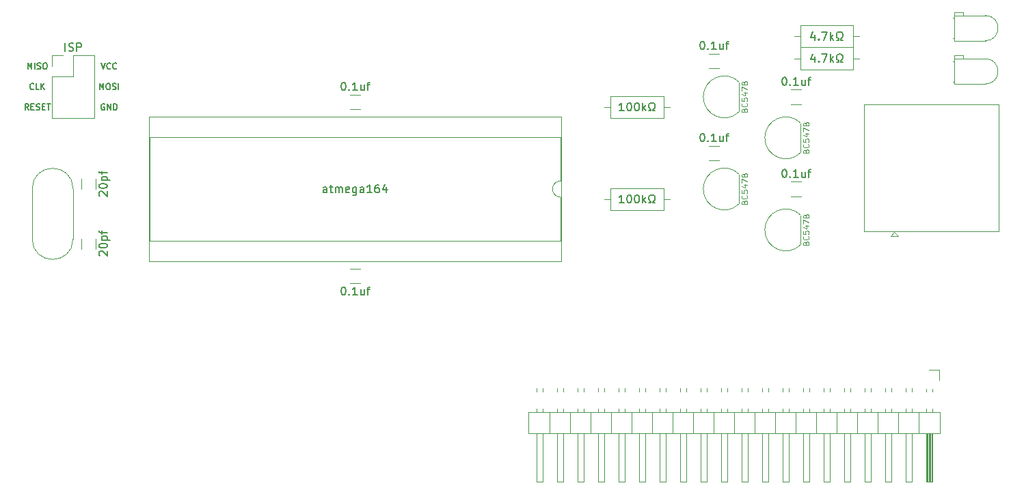
<source format=gbr>
%TF.GenerationSoftware,KiCad,Pcbnew,(5.1.10)-1*%
%TF.CreationDate,2022-06-26T20:44:53-06:00*%
%TF.ProjectId,network_card,6e657477-6f72-46b5-9f63-6172642e6b69,rev?*%
%TF.SameCoordinates,Original*%
%TF.FileFunction,Legend,Top*%
%TF.FilePolarity,Positive*%
%FSLAX46Y46*%
G04 Gerber Fmt 4.6, Leading zero omitted, Abs format (unit mm)*
G04 Created by KiCad (PCBNEW (5.1.10)-1) date 2022-06-26 20:44:53*
%MOMM*%
%LPD*%
G01*
G04 APERTURE LIST*
%ADD10C,0.150000*%
%ADD11C,0.120000*%
%ADD12C,0.125000*%
G04 APERTURE END LIST*
D10*
X363816888Y-273737265D02*
X363816888Y-272987265D01*
X364066888Y-273522980D01*
X364316888Y-272987265D01*
X364316888Y-273737265D01*
X364816888Y-272987265D02*
X364959745Y-272987265D01*
X365031174Y-273022980D01*
X365102602Y-273094408D01*
X365138317Y-273237265D01*
X365138317Y-273487265D01*
X365102602Y-273630122D01*
X365031174Y-273701551D01*
X364959745Y-273737265D01*
X364816888Y-273737265D01*
X364745460Y-273701551D01*
X364674031Y-273630122D01*
X364638317Y-273487265D01*
X364638317Y-273237265D01*
X364674031Y-273094408D01*
X364745460Y-273022980D01*
X364816888Y-272987265D01*
X365424031Y-273701551D02*
X365531174Y-273737265D01*
X365709745Y-273737265D01*
X365781174Y-273701551D01*
X365816888Y-273665837D01*
X365852602Y-273594408D01*
X365852602Y-273522980D01*
X365816888Y-273451551D01*
X365781174Y-273415837D01*
X365709745Y-273380122D01*
X365566888Y-273344408D01*
X365495460Y-273308694D01*
X365459745Y-273272980D01*
X365424031Y-273201551D01*
X365424031Y-273130122D01*
X365459745Y-273058694D01*
X365495460Y-273022980D01*
X365566888Y-272987265D01*
X365745460Y-272987265D01*
X365852602Y-273022980D01*
X366174031Y-273737265D02*
X366174031Y-272987265D01*
X364424031Y-275562980D02*
X364352602Y-275527265D01*
X364245460Y-275527265D01*
X364138317Y-275562980D01*
X364066888Y-275634408D01*
X364031174Y-275705837D01*
X363995460Y-275848694D01*
X363995460Y-275955837D01*
X364031174Y-276098694D01*
X364066888Y-276170122D01*
X364138317Y-276241551D01*
X364245460Y-276277265D01*
X364316888Y-276277265D01*
X364424031Y-276241551D01*
X364459745Y-276205837D01*
X364459745Y-275955837D01*
X364316888Y-275955837D01*
X364781174Y-276277265D02*
X364781174Y-275527265D01*
X365209745Y-276277265D01*
X365209745Y-275527265D01*
X365566888Y-276277265D02*
X365566888Y-275527265D01*
X365745460Y-275527265D01*
X365852602Y-275562980D01*
X365924031Y-275634408D01*
X365959745Y-275705837D01*
X365995460Y-275848694D01*
X365995460Y-275955837D01*
X365959745Y-276098694D01*
X365924031Y-276170122D01*
X365852602Y-276241551D01*
X365745460Y-276277265D01*
X365566888Y-276277265D01*
X354926888Y-271197265D02*
X354926888Y-270447265D01*
X355176888Y-270982980D01*
X355426888Y-270447265D01*
X355426888Y-271197265D01*
X355784031Y-271197265D02*
X355784031Y-270447265D01*
X356105460Y-271161551D02*
X356212602Y-271197265D01*
X356391174Y-271197265D01*
X356462602Y-271161551D01*
X356498317Y-271125837D01*
X356534031Y-271054408D01*
X356534031Y-270982980D01*
X356498317Y-270911551D01*
X356462602Y-270875837D01*
X356391174Y-270840122D01*
X356248317Y-270804408D01*
X356176888Y-270768694D01*
X356141174Y-270732980D01*
X356105460Y-270661551D01*
X356105460Y-270590122D01*
X356141174Y-270518694D01*
X356176888Y-270482980D01*
X356248317Y-270447265D01*
X356426888Y-270447265D01*
X356534031Y-270482980D01*
X356998317Y-270447265D02*
X357141174Y-270447265D01*
X357212602Y-270482980D01*
X357284031Y-270554408D01*
X357319745Y-270697265D01*
X357319745Y-270947265D01*
X357284031Y-271090122D01*
X357212602Y-271161551D01*
X357141174Y-271197265D01*
X356998317Y-271197265D01*
X356926888Y-271161551D01*
X356855460Y-271090122D01*
X356819745Y-270947265D01*
X356819745Y-270697265D01*
X356855460Y-270554408D01*
X356926888Y-270482980D01*
X356998317Y-270447265D01*
X355659031Y-273665837D02*
X355623317Y-273701551D01*
X355516174Y-273737265D01*
X355444745Y-273737265D01*
X355337602Y-273701551D01*
X355266174Y-273630122D01*
X355230460Y-273558694D01*
X355194745Y-273415837D01*
X355194745Y-273308694D01*
X355230460Y-273165837D01*
X355266174Y-273094408D01*
X355337602Y-273022980D01*
X355444745Y-272987265D01*
X355516174Y-272987265D01*
X355623317Y-273022980D01*
X355659031Y-273058694D01*
X356337602Y-273737265D02*
X355980460Y-273737265D01*
X355980460Y-272987265D01*
X356587602Y-273737265D02*
X356587602Y-272987265D01*
X357016174Y-273737265D02*
X356694745Y-273308694D01*
X357016174Y-272987265D02*
X356587602Y-273415837D01*
X355016174Y-276277265D02*
X354766174Y-275920122D01*
X354587602Y-276277265D02*
X354587602Y-275527265D01*
X354873317Y-275527265D01*
X354944745Y-275562980D01*
X354980460Y-275598694D01*
X355016174Y-275670122D01*
X355016174Y-275777265D01*
X354980460Y-275848694D01*
X354944745Y-275884408D01*
X354873317Y-275920122D01*
X354587602Y-275920122D01*
X355337602Y-275884408D02*
X355587602Y-275884408D01*
X355694745Y-276277265D02*
X355337602Y-276277265D01*
X355337602Y-275527265D01*
X355694745Y-275527265D01*
X355980460Y-276241551D02*
X356087602Y-276277265D01*
X356266174Y-276277265D01*
X356337602Y-276241551D01*
X356373317Y-276205837D01*
X356409031Y-276134408D01*
X356409031Y-276062980D01*
X356373317Y-275991551D01*
X356337602Y-275955837D01*
X356266174Y-275920122D01*
X356123317Y-275884408D01*
X356051888Y-275848694D01*
X356016174Y-275812980D01*
X355980460Y-275741551D01*
X355980460Y-275670122D01*
X356016174Y-275598694D01*
X356051888Y-275562980D01*
X356123317Y-275527265D01*
X356301888Y-275527265D01*
X356409031Y-275562980D01*
X356730460Y-275884408D02*
X356980460Y-275884408D01*
X357087602Y-276277265D02*
X356730460Y-276277265D01*
X356730460Y-275527265D01*
X357087602Y-275527265D01*
X357301888Y-275527265D02*
X357730460Y-275527265D01*
X357516174Y-276277265D02*
X357516174Y-275527265D01*
X363995460Y-270447265D02*
X364245460Y-271197265D01*
X364495460Y-270447265D01*
X365174031Y-271125837D02*
X365138317Y-271161551D01*
X365031174Y-271197265D01*
X364959745Y-271197265D01*
X364852602Y-271161551D01*
X364781174Y-271090122D01*
X364745460Y-271018694D01*
X364709745Y-270875837D01*
X364709745Y-270768694D01*
X364745460Y-270625837D01*
X364781174Y-270554408D01*
X364852602Y-270482980D01*
X364959745Y-270447265D01*
X365031174Y-270447265D01*
X365138317Y-270482980D01*
X365174031Y-270518694D01*
X365924031Y-271125837D02*
X365888317Y-271161551D01*
X365781174Y-271197265D01*
X365709745Y-271197265D01*
X365602602Y-271161551D01*
X365531174Y-271090122D01*
X365495460Y-271018694D01*
X365459745Y-270875837D01*
X365459745Y-270768694D01*
X365495460Y-270625837D01*
X365531174Y-270554408D01*
X365602602Y-270482980D01*
X365709745Y-270447265D01*
X365781174Y-270447265D01*
X365888317Y-270482980D01*
X365924031Y-270518694D01*
D11*
%TO.C,TX*%
X469555060Y-270230600D02*
X469555060Y-270230600D01*
X469685060Y-270230600D02*
X469555060Y-270230600D01*
X469685060Y-270230600D02*
X469685060Y-270230600D01*
X469555060Y-270230600D02*
X469685060Y-270230600D01*
X469555060Y-272770600D02*
X469555060Y-272770600D01*
X469685060Y-272770600D02*
X469555060Y-272770600D01*
X469685060Y-272770600D02*
X469685060Y-272770600D01*
X469555060Y-272770600D02*
X469685060Y-272770600D01*
X469685060Y-269940600D02*
X469685060Y-269540600D01*
X470805060Y-269940600D02*
X469685060Y-269940600D01*
X470805060Y-269540600D02*
X470805060Y-269940600D01*
X469685060Y-269540600D02*
X470805060Y-269540600D01*
X469685060Y-273060600D02*
X469685060Y-269940600D01*
X469685060Y-269940600D02*
X473545060Y-269940600D01*
X469685060Y-273060600D02*
X473545060Y-273060600D01*
X473545060Y-269940600D02*
G75*
G02*
X473545060Y-273060600I0J-1560000D01*
G01*
%TO.C,4.7k\u03A9*%
X449855460Y-267157200D02*
X450625460Y-267157200D01*
X457935460Y-267157200D02*
X457165460Y-267157200D01*
X450625460Y-268527200D02*
X457165460Y-268527200D01*
X450625460Y-265787200D02*
X450625460Y-268527200D01*
X457165460Y-265787200D02*
X450625460Y-265787200D01*
X457165460Y-268527200D02*
X457165460Y-265787200D01*
%TO.C,ISP*%
X357950460Y-269527980D02*
X359280460Y-269527980D01*
X357950460Y-270857980D02*
X357950460Y-269527980D01*
X360550460Y-269527980D02*
X363150460Y-269527980D01*
X360550460Y-272127980D02*
X360550460Y-269527980D01*
X357950460Y-272127980D02*
X360550460Y-272127980D01*
X363150460Y-269527980D02*
X363150460Y-277267980D01*
X357950460Y-272127980D02*
X357950460Y-277267980D01*
X357950460Y-277267980D02*
X363150460Y-277267980D01*
%TO.C,4.7k\u03A9*%
X449855460Y-269892780D02*
X450625460Y-269892780D01*
X457935460Y-269892780D02*
X457165460Y-269892780D01*
X450625460Y-271262780D02*
X457165460Y-271262780D01*
X450625460Y-268522780D02*
X450625460Y-271262780D01*
X457165460Y-268522780D02*
X450625460Y-268522780D01*
X457165460Y-271262780D02*
X457165460Y-268522780D01*
%TO.C,20pf*%
X361535460Y-286111980D02*
X361535460Y-284853980D01*
X363375460Y-286111980D02*
X363375460Y-284853980D01*
%TO.C, *%
X360535460Y-286057980D02*
X360535460Y-292307980D01*
X355485460Y-286057980D02*
X355485460Y-292307980D01*
X355485460Y-292307980D02*
G75*
G03*
X360535460Y-292307980I2525000J0D01*
G01*
X355485460Y-286057980D02*
G75*
G02*
X360535460Y-286057980I2525000J0D01*
G01*
%TO.C,20pf*%
X361535460Y-293514180D02*
X361535460Y-292256180D01*
X363375460Y-293514180D02*
X363375460Y-292256180D01*
%TO.C,0.1uf*%
X449436460Y-285177980D02*
X450694460Y-285177980D01*
X449436460Y-287017980D02*
X450694460Y-287017980D01*
X394826460Y-274382980D02*
X396084460Y-274382980D01*
X394826460Y-276222980D02*
X396084460Y-276222980D01*
X394826460Y-295972980D02*
X396084460Y-295972980D01*
X394826460Y-297812980D02*
X396084460Y-297812980D01*
%TO.C,RX*%
X469685060Y-267693580D02*
X473545060Y-267693580D01*
X469685060Y-264573580D02*
X473545060Y-264573580D01*
X469685060Y-267693580D02*
X469685060Y-264573580D01*
X469685060Y-264173580D02*
X470805060Y-264173580D01*
X470805060Y-264173580D02*
X470805060Y-264573580D01*
X470805060Y-264573580D02*
X469685060Y-264573580D01*
X469685060Y-264573580D02*
X469685060Y-264173580D01*
X469555060Y-267403580D02*
X469685060Y-267403580D01*
X469685060Y-267403580D02*
X469685060Y-267403580D01*
X469685060Y-267403580D02*
X469555060Y-267403580D01*
X469555060Y-267403580D02*
X469555060Y-267403580D01*
X469555060Y-264863580D02*
X469685060Y-264863580D01*
X469685060Y-264863580D02*
X469685060Y-264863580D01*
X469685060Y-264863580D02*
X469555060Y-264863580D01*
X469555060Y-264863580D02*
X469555060Y-264863580D01*
X473545060Y-264573580D02*
G75*
G02*
X473545060Y-267693580I0J-1560000D01*
G01*
%TO.C,20pin conn.*%
X467829900Y-308516020D02*
X467829900Y-309786020D01*
X466559900Y-308516020D02*
X467829900Y-308516020D01*
X417919900Y-310828949D02*
X417919900Y-311283091D01*
X418679900Y-310828949D02*
X418679900Y-311283091D01*
X417919900Y-313368949D02*
X417919900Y-313766020D01*
X418679900Y-313368949D02*
X418679900Y-313766020D01*
X417919900Y-322426020D02*
X417919900Y-316426020D01*
X418679900Y-322426020D02*
X417919900Y-322426020D01*
X418679900Y-316426020D02*
X418679900Y-322426020D01*
X419569900Y-313766020D02*
X419569900Y-316426020D01*
X420459900Y-310828949D02*
X420459900Y-311283091D01*
X421219900Y-310828949D02*
X421219900Y-311283091D01*
X420459900Y-313368949D02*
X420459900Y-313766020D01*
X421219900Y-313368949D02*
X421219900Y-313766020D01*
X420459900Y-322426020D02*
X420459900Y-316426020D01*
X421219900Y-322426020D02*
X420459900Y-322426020D01*
X421219900Y-316426020D02*
X421219900Y-322426020D01*
X422109900Y-313766020D02*
X422109900Y-316426020D01*
X422999900Y-310828949D02*
X422999900Y-311283091D01*
X423759900Y-310828949D02*
X423759900Y-311283091D01*
X422999900Y-313368949D02*
X422999900Y-313766020D01*
X423759900Y-313368949D02*
X423759900Y-313766020D01*
X422999900Y-322426020D02*
X422999900Y-316426020D01*
X423759900Y-322426020D02*
X422999900Y-322426020D01*
X423759900Y-316426020D02*
X423759900Y-322426020D01*
X424649900Y-313766020D02*
X424649900Y-316426020D01*
X425539900Y-310828949D02*
X425539900Y-311283091D01*
X426299900Y-310828949D02*
X426299900Y-311283091D01*
X425539900Y-313368949D02*
X425539900Y-313766020D01*
X426299900Y-313368949D02*
X426299900Y-313766020D01*
X425539900Y-322426020D02*
X425539900Y-316426020D01*
X426299900Y-322426020D02*
X425539900Y-322426020D01*
X426299900Y-316426020D02*
X426299900Y-322426020D01*
X427189900Y-313766020D02*
X427189900Y-316426020D01*
X428079900Y-310828949D02*
X428079900Y-311283091D01*
X428839900Y-310828949D02*
X428839900Y-311283091D01*
X428079900Y-313368949D02*
X428079900Y-313766020D01*
X428839900Y-313368949D02*
X428839900Y-313766020D01*
X428079900Y-322426020D02*
X428079900Y-316426020D01*
X428839900Y-322426020D02*
X428079900Y-322426020D01*
X428839900Y-316426020D02*
X428839900Y-322426020D01*
X429729900Y-313766020D02*
X429729900Y-316426020D01*
X430619900Y-310828949D02*
X430619900Y-311283091D01*
X431379900Y-310828949D02*
X431379900Y-311283091D01*
X430619900Y-313368949D02*
X430619900Y-313766020D01*
X431379900Y-313368949D02*
X431379900Y-313766020D01*
X430619900Y-322426020D02*
X430619900Y-316426020D01*
X431379900Y-322426020D02*
X430619900Y-322426020D01*
X431379900Y-316426020D02*
X431379900Y-322426020D01*
X432269900Y-313766020D02*
X432269900Y-316426020D01*
X433159900Y-310828949D02*
X433159900Y-311283091D01*
X433919900Y-310828949D02*
X433919900Y-311283091D01*
X433159900Y-313368949D02*
X433159900Y-313766020D01*
X433919900Y-313368949D02*
X433919900Y-313766020D01*
X433159900Y-322426020D02*
X433159900Y-316426020D01*
X433919900Y-322426020D02*
X433159900Y-322426020D01*
X433919900Y-316426020D02*
X433919900Y-322426020D01*
X434809900Y-313766020D02*
X434809900Y-316426020D01*
X435699900Y-310828949D02*
X435699900Y-311283091D01*
X436459900Y-310828949D02*
X436459900Y-311283091D01*
X435699900Y-313368949D02*
X435699900Y-313766020D01*
X436459900Y-313368949D02*
X436459900Y-313766020D01*
X435699900Y-322426020D02*
X435699900Y-316426020D01*
X436459900Y-322426020D02*
X435699900Y-322426020D01*
X436459900Y-316426020D02*
X436459900Y-322426020D01*
X437349900Y-313766020D02*
X437349900Y-316426020D01*
X438239900Y-310828949D02*
X438239900Y-311283091D01*
X438999900Y-310828949D02*
X438999900Y-311283091D01*
X438239900Y-313368949D02*
X438239900Y-313766020D01*
X438999900Y-313368949D02*
X438999900Y-313766020D01*
X438239900Y-322426020D02*
X438239900Y-316426020D01*
X438999900Y-322426020D02*
X438239900Y-322426020D01*
X438999900Y-316426020D02*
X438999900Y-322426020D01*
X439889900Y-313766020D02*
X439889900Y-316426020D01*
X440779900Y-310828949D02*
X440779900Y-311283091D01*
X441539900Y-310828949D02*
X441539900Y-311283091D01*
X440779900Y-313368949D02*
X440779900Y-313766020D01*
X441539900Y-313368949D02*
X441539900Y-313766020D01*
X440779900Y-322426020D02*
X440779900Y-316426020D01*
X441539900Y-322426020D02*
X440779900Y-322426020D01*
X441539900Y-316426020D02*
X441539900Y-322426020D01*
X442429900Y-313766020D02*
X442429900Y-316426020D01*
X443319900Y-310828949D02*
X443319900Y-311283091D01*
X444079900Y-310828949D02*
X444079900Y-311283091D01*
X443319900Y-313368949D02*
X443319900Y-313766020D01*
X444079900Y-313368949D02*
X444079900Y-313766020D01*
X443319900Y-322426020D02*
X443319900Y-316426020D01*
X444079900Y-322426020D02*
X443319900Y-322426020D01*
X444079900Y-316426020D02*
X444079900Y-322426020D01*
X444969900Y-313766020D02*
X444969900Y-316426020D01*
X445859900Y-310828949D02*
X445859900Y-311283091D01*
X446619900Y-310828949D02*
X446619900Y-311283091D01*
X445859900Y-313368949D02*
X445859900Y-313766020D01*
X446619900Y-313368949D02*
X446619900Y-313766020D01*
X445859900Y-322426020D02*
X445859900Y-316426020D01*
X446619900Y-322426020D02*
X445859900Y-322426020D01*
X446619900Y-316426020D02*
X446619900Y-322426020D01*
X447509900Y-313766020D02*
X447509900Y-316426020D01*
X448399900Y-310828949D02*
X448399900Y-311283091D01*
X449159900Y-310828949D02*
X449159900Y-311283091D01*
X448399900Y-313368949D02*
X448399900Y-313766020D01*
X449159900Y-313368949D02*
X449159900Y-313766020D01*
X448399900Y-322426020D02*
X448399900Y-316426020D01*
X449159900Y-322426020D02*
X448399900Y-322426020D01*
X449159900Y-316426020D02*
X449159900Y-322426020D01*
X450049900Y-313766020D02*
X450049900Y-316426020D01*
X450939900Y-310828949D02*
X450939900Y-311283091D01*
X451699900Y-310828949D02*
X451699900Y-311283091D01*
X450939900Y-313368949D02*
X450939900Y-313766020D01*
X451699900Y-313368949D02*
X451699900Y-313766020D01*
X450939900Y-322426020D02*
X450939900Y-316426020D01*
X451699900Y-322426020D02*
X450939900Y-322426020D01*
X451699900Y-316426020D02*
X451699900Y-322426020D01*
X452589900Y-313766020D02*
X452589900Y-316426020D01*
X453479900Y-310828949D02*
X453479900Y-311283091D01*
X454239900Y-310828949D02*
X454239900Y-311283091D01*
X453479900Y-313368949D02*
X453479900Y-313766020D01*
X454239900Y-313368949D02*
X454239900Y-313766020D01*
X453479900Y-322426020D02*
X453479900Y-316426020D01*
X454239900Y-322426020D02*
X453479900Y-322426020D01*
X454239900Y-316426020D02*
X454239900Y-322426020D01*
X455129900Y-313766020D02*
X455129900Y-316426020D01*
X456019900Y-310828949D02*
X456019900Y-311283091D01*
X456779900Y-310828949D02*
X456779900Y-311283091D01*
X456019900Y-313368949D02*
X456019900Y-313766020D01*
X456779900Y-313368949D02*
X456779900Y-313766020D01*
X456019900Y-322426020D02*
X456019900Y-316426020D01*
X456779900Y-322426020D02*
X456019900Y-322426020D01*
X456779900Y-316426020D02*
X456779900Y-322426020D01*
X457669900Y-313766020D02*
X457669900Y-316426020D01*
X458559900Y-310828949D02*
X458559900Y-311283091D01*
X459319900Y-310828949D02*
X459319900Y-311283091D01*
X458559900Y-313368949D02*
X458559900Y-313766020D01*
X459319900Y-313368949D02*
X459319900Y-313766020D01*
X458559900Y-322426020D02*
X458559900Y-316426020D01*
X459319900Y-322426020D02*
X458559900Y-322426020D01*
X459319900Y-316426020D02*
X459319900Y-322426020D01*
X460209900Y-313766020D02*
X460209900Y-316426020D01*
X461099900Y-310828949D02*
X461099900Y-311283091D01*
X461859900Y-310828949D02*
X461859900Y-311283091D01*
X461099900Y-313368949D02*
X461099900Y-313766020D01*
X461859900Y-313368949D02*
X461859900Y-313766020D01*
X461099900Y-322426020D02*
X461099900Y-316426020D01*
X461859900Y-322426020D02*
X461099900Y-322426020D01*
X461859900Y-316426020D02*
X461859900Y-322426020D01*
X462749900Y-313766020D02*
X462749900Y-316426020D01*
X463639900Y-310828949D02*
X463639900Y-311283091D01*
X464399900Y-310828949D02*
X464399900Y-311283091D01*
X463639900Y-313368949D02*
X463639900Y-313766020D01*
X464399900Y-313368949D02*
X464399900Y-313766020D01*
X463639900Y-322426020D02*
X463639900Y-316426020D01*
X464399900Y-322426020D02*
X463639900Y-322426020D01*
X464399900Y-316426020D02*
X464399900Y-322426020D01*
X465289900Y-313766020D02*
X465289900Y-316426020D01*
X466179900Y-310896020D02*
X466179900Y-311283091D01*
X466939900Y-310896020D02*
X466939900Y-311283091D01*
X466179900Y-313368949D02*
X466179900Y-313766020D01*
X466939900Y-313368949D02*
X466939900Y-313766020D01*
X466279900Y-316426020D02*
X466279900Y-322426020D01*
X466399900Y-316426020D02*
X466399900Y-322426020D01*
X466519900Y-316426020D02*
X466519900Y-322426020D01*
X466639900Y-316426020D02*
X466639900Y-322426020D01*
X466759900Y-316426020D02*
X466759900Y-322426020D01*
X466879900Y-316426020D02*
X466879900Y-322426020D01*
X466179900Y-322426020D02*
X466179900Y-316426020D01*
X466939900Y-322426020D02*
X466179900Y-322426020D01*
X466939900Y-316426020D02*
X466939900Y-322426020D01*
X467889900Y-316426020D02*
X467889900Y-313766020D01*
X416969900Y-316426020D02*
X467889900Y-316426020D01*
X416969900Y-313766020D02*
X416969900Y-316426020D01*
X467889900Y-313766020D02*
X416969900Y-313766020D01*
%TO.C,atmega164*%
X420995460Y-295047980D02*
X420995460Y-277147980D01*
X369955460Y-295047980D02*
X420995460Y-295047980D01*
X369955460Y-277147980D02*
X369955460Y-295047980D01*
X420995460Y-277147980D02*
X369955460Y-277147980D01*
X420935460Y-292557980D02*
X420935460Y-287097980D01*
X370015460Y-292557980D02*
X420935460Y-292557980D01*
X370015460Y-279637980D02*
X370015460Y-292557980D01*
X420935460Y-279637980D02*
X370015460Y-279637980D01*
X420935460Y-285097980D02*
X420935460Y-279637980D01*
X420935460Y-287097980D02*
G75*
G02*
X420935460Y-285097980I0J1000000D01*
G01*
%TO.C,RJ45*%
X462777460Y-291926780D02*
X462277460Y-291426780D01*
X461777460Y-291926780D02*
X462777460Y-291926780D01*
X462277460Y-291426780D02*
X461777460Y-291926780D01*
X458487460Y-275626780D02*
X458487460Y-291346780D01*
X458487460Y-291346780D02*
X475227460Y-291346780D01*
X458487460Y-275616780D02*
X475227460Y-275616780D01*
X475227460Y-275616780D02*
X475227460Y-291346780D01*
%TO.C,BC547B*%
X443045460Y-276467980D02*
X443045460Y-272867980D01*
X443033938Y-276506458D02*
G75*
G02*
X438595460Y-274667980I-1838478J1838478D01*
G01*
X443033938Y-272829502D02*
G75*
G03*
X438595460Y-274667980I-1838478J-1838478D01*
G01*
X450665460Y-281547980D02*
X450665460Y-277947980D01*
X450653938Y-277909502D02*
G75*
G03*
X446215460Y-279747980I-1838478J-1838478D01*
G01*
X450653938Y-281586458D02*
G75*
G02*
X446215460Y-279747980I-1838478J1838478D01*
G01*
X450665460Y-292977980D02*
X450665460Y-289377980D01*
X450653938Y-289339502D02*
G75*
G03*
X446215460Y-291177980I-1838478J-1838478D01*
G01*
X450653938Y-293016458D02*
G75*
G02*
X446215460Y-291177980I-1838478J1838478D01*
G01*
X443045460Y-287897980D02*
X443045460Y-284297980D01*
X443033938Y-287936458D02*
G75*
G02*
X438595460Y-286097980I-1838478J1838478D01*
G01*
X443033938Y-284259502D02*
G75*
G03*
X438595460Y-286097980I-1838478J-1838478D01*
G01*
%TO.C,100k\u03A9*%
X426360460Y-275937980D02*
X427130460Y-275937980D01*
X434440460Y-275937980D02*
X433670460Y-275937980D01*
X427130460Y-277307980D02*
X433670460Y-277307980D01*
X427130460Y-274567980D02*
X427130460Y-277307980D01*
X433670460Y-274567980D02*
X427130460Y-274567980D01*
X433670460Y-277307980D02*
X433670460Y-274567980D01*
X426360460Y-287367980D02*
X427130460Y-287367980D01*
X434440460Y-287367980D02*
X433670460Y-287367980D01*
X427130460Y-288737980D02*
X433670460Y-288737980D01*
X427130460Y-285997980D02*
X427130460Y-288737980D01*
X433670460Y-285997980D02*
X427130460Y-285997980D01*
X433670460Y-288737980D02*
X433670460Y-285997980D01*
%TO.C,0.1uf*%
X439276460Y-269302980D02*
X440534460Y-269302980D01*
X439276460Y-271142980D02*
X440534460Y-271142980D01*
X439276460Y-280732980D02*
X440534460Y-280732980D01*
X439276460Y-282572980D02*
X440534460Y-282572980D01*
X449436460Y-273747980D02*
X450694460Y-273747980D01*
X449436460Y-275587980D02*
X450694460Y-275587980D01*
%TO.C,4.7k\u03A9*%
D10*
X452395460Y-266942914D02*
X452395460Y-267609580D01*
X452157364Y-266561961D02*
X451919269Y-267276247D01*
X452538317Y-267276247D01*
X452919269Y-267514342D02*
X452966888Y-267561961D01*
X452919269Y-267609580D01*
X452871650Y-267561961D01*
X452919269Y-267514342D01*
X452919269Y-267609580D01*
X453300221Y-266609580D02*
X453966888Y-266609580D01*
X453538317Y-267609580D01*
X454347840Y-267609580D02*
X454347840Y-266609580D01*
X454443079Y-267228628D02*
X454728793Y-267609580D01*
X454728793Y-266942914D02*
X454347840Y-267323866D01*
X455109745Y-267609580D02*
X455347840Y-267609580D01*
X455347840Y-267419104D01*
X455252602Y-267371485D01*
X455157364Y-267276247D01*
X455109745Y-267133390D01*
X455109745Y-266895295D01*
X455157364Y-266752438D01*
X455252602Y-266657200D01*
X455395460Y-266609580D01*
X455585936Y-266609580D01*
X455728793Y-266657200D01*
X455824031Y-266752438D01*
X455871650Y-266895295D01*
X455871650Y-267133390D01*
X455824031Y-267276247D01*
X455728793Y-267371485D01*
X455633555Y-267419104D01*
X455633555Y-267609580D01*
X455871650Y-267609580D01*
%TO.C,ISP*%
X359574269Y-268980360D02*
X359574269Y-267980360D01*
X360002840Y-268932741D02*
X360145698Y-268980360D01*
X360383793Y-268980360D01*
X360479031Y-268932741D01*
X360526650Y-268885122D01*
X360574269Y-268789884D01*
X360574269Y-268694646D01*
X360526650Y-268599408D01*
X360479031Y-268551789D01*
X360383793Y-268504170D01*
X360193317Y-268456551D01*
X360098079Y-268408932D01*
X360050460Y-268361313D01*
X360002840Y-268266075D01*
X360002840Y-268170837D01*
X360050460Y-268075599D01*
X360098079Y-268027980D01*
X360193317Y-267980360D01*
X360431412Y-267980360D01*
X360574269Y-268027980D01*
X361002840Y-268980360D02*
X361002840Y-267980360D01*
X361383793Y-267980360D01*
X361479031Y-268027980D01*
X361526650Y-268075599D01*
X361574269Y-268170837D01*
X361574269Y-268313694D01*
X361526650Y-268408932D01*
X361479031Y-268456551D01*
X361383793Y-268504170D01*
X361002840Y-268504170D01*
%TO.C,4.7k\u03A9*%
X452395460Y-269678494D02*
X452395460Y-270345160D01*
X452157364Y-269297541D02*
X451919269Y-270011827D01*
X452538317Y-270011827D01*
X452919269Y-270249922D02*
X452966888Y-270297541D01*
X452919269Y-270345160D01*
X452871650Y-270297541D01*
X452919269Y-270249922D01*
X452919269Y-270345160D01*
X453300221Y-269345160D02*
X453966888Y-269345160D01*
X453538317Y-270345160D01*
X454347840Y-270345160D02*
X454347840Y-269345160D01*
X454443079Y-269964208D02*
X454728793Y-270345160D01*
X454728793Y-269678494D02*
X454347840Y-270059446D01*
X455109745Y-270345160D02*
X455347840Y-270345160D01*
X455347840Y-270154684D01*
X455252602Y-270107065D01*
X455157364Y-270011827D01*
X455109745Y-269868970D01*
X455109745Y-269630875D01*
X455157364Y-269488018D01*
X455252602Y-269392780D01*
X455395460Y-269345160D01*
X455585936Y-269345160D01*
X455728793Y-269392780D01*
X455824031Y-269488018D01*
X455871650Y-269630875D01*
X455871650Y-269868970D01*
X455824031Y-270011827D01*
X455728793Y-270107065D01*
X455633555Y-270154684D01*
X455633555Y-270345160D01*
X455871650Y-270345160D01*
%TO.C,20pf*%
X363857279Y-286962980D02*
X363809660Y-286915360D01*
X363762040Y-286820122D01*
X363762040Y-286582027D01*
X363809660Y-286486789D01*
X363857279Y-286439170D01*
X363952517Y-286391551D01*
X364047755Y-286391551D01*
X364190612Y-286439170D01*
X364762040Y-287010599D01*
X364762040Y-286391551D01*
X363762040Y-285772503D02*
X363762040Y-285677265D01*
X363809660Y-285582027D01*
X363857279Y-285534408D01*
X363952517Y-285486789D01*
X364142993Y-285439170D01*
X364381088Y-285439170D01*
X364571564Y-285486789D01*
X364666802Y-285534408D01*
X364714421Y-285582027D01*
X364762040Y-285677265D01*
X364762040Y-285772503D01*
X364714421Y-285867741D01*
X364666802Y-285915360D01*
X364571564Y-285962980D01*
X364381088Y-286010599D01*
X364142993Y-286010599D01*
X363952517Y-285962980D01*
X363857279Y-285915360D01*
X363809660Y-285867741D01*
X363762040Y-285772503D01*
X364095374Y-285010599D02*
X365095374Y-285010599D01*
X364142993Y-285010599D02*
X364095374Y-284915360D01*
X364095374Y-284724884D01*
X364142993Y-284629646D01*
X364190612Y-284582027D01*
X364285850Y-284534408D01*
X364571564Y-284534408D01*
X364666802Y-284582027D01*
X364714421Y-284629646D01*
X364762040Y-284724884D01*
X364762040Y-284915360D01*
X364714421Y-285010599D01*
X364095374Y-284248694D02*
X364095374Y-283867741D01*
X364762040Y-284105837D02*
X363904898Y-284105837D01*
X363809660Y-284058218D01*
X363762040Y-283962980D01*
X363762040Y-283867741D01*
X363857279Y-294365180D02*
X363809660Y-294317560D01*
X363762040Y-294222322D01*
X363762040Y-293984227D01*
X363809660Y-293888989D01*
X363857279Y-293841370D01*
X363952517Y-293793751D01*
X364047755Y-293793751D01*
X364190612Y-293841370D01*
X364762040Y-294412799D01*
X364762040Y-293793751D01*
X363762040Y-293174703D02*
X363762040Y-293079465D01*
X363809660Y-292984227D01*
X363857279Y-292936608D01*
X363952517Y-292888989D01*
X364142993Y-292841370D01*
X364381088Y-292841370D01*
X364571564Y-292888989D01*
X364666802Y-292936608D01*
X364714421Y-292984227D01*
X364762040Y-293079465D01*
X364762040Y-293174703D01*
X364714421Y-293269941D01*
X364666802Y-293317560D01*
X364571564Y-293365180D01*
X364381088Y-293412799D01*
X364142993Y-293412799D01*
X363952517Y-293365180D01*
X363857279Y-293317560D01*
X363809660Y-293269941D01*
X363762040Y-293174703D01*
X364095374Y-292412799D02*
X365095374Y-292412799D01*
X364142993Y-292412799D02*
X364095374Y-292317560D01*
X364095374Y-292127084D01*
X364142993Y-292031846D01*
X364190612Y-291984227D01*
X364285850Y-291936608D01*
X364571564Y-291936608D01*
X364666802Y-291984227D01*
X364714421Y-292031846D01*
X364762040Y-292127084D01*
X364762040Y-292317560D01*
X364714421Y-292412799D01*
X364095374Y-291650894D02*
X364095374Y-291269941D01*
X364762040Y-291508037D02*
X363904898Y-291508037D01*
X363809660Y-291460418D01*
X363762040Y-291365180D01*
X363762040Y-291269941D01*
%TO.C,0.1uf*%
X448585460Y-283645360D02*
X448680698Y-283645360D01*
X448775936Y-283692980D01*
X448823555Y-283740599D01*
X448871174Y-283835837D01*
X448918793Y-284026313D01*
X448918793Y-284264408D01*
X448871174Y-284454884D01*
X448823555Y-284550122D01*
X448775936Y-284597741D01*
X448680698Y-284645360D01*
X448585460Y-284645360D01*
X448490221Y-284597741D01*
X448442602Y-284550122D01*
X448394983Y-284454884D01*
X448347364Y-284264408D01*
X448347364Y-284026313D01*
X448394983Y-283835837D01*
X448442602Y-283740599D01*
X448490221Y-283692980D01*
X448585460Y-283645360D01*
X449347364Y-284550122D02*
X449394983Y-284597741D01*
X449347364Y-284645360D01*
X449299745Y-284597741D01*
X449347364Y-284550122D01*
X449347364Y-284645360D01*
X450347364Y-284645360D02*
X449775936Y-284645360D01*
X450061650Y-284645360D02*
X450061650Y-283645360D01*
X449966412Y-283788218D01*
X449871174Y-283883456D01*
X449775936Y-283931075D01*
X451204507Y-283978694D02*
X451204507Y-284645360D01*
X450775936Y-283978694D02*
X450775936Y-284502503D01*
X450823555Y-284597741D01*
X450918793Y-284645360D01*
X451061650Y-284645360D01*
X451156888Y-284597741D01*
X451204507Y-284550122D01*
X451537840Y-283978694D02*
X451918793Y-283978694D01*
X451680698Y-284645360D02*
X451680698Y-283788218D01*
X451728317Y-283692980D01*
X451823555Y-283645360D01*
X451918793Y-283645360D01*
X393975460Y-272850360D02*
X394070698Y-272850360D01*
X394165936Y-272897980D01*
X394213555Y-272945599D01*
X394261174Y-273040837D01*
X394308793Y-273231313D01*
X394308793Y-273469408D01*
X394261174Y-273659884D01*
X394213555Y-273755122D01*
X394165936Y-273802741D01*
X394070698Y-273850360D01*
X393975460Y-273850360D01*
X393880221Y-273802741D01*
X393832602Y-273755122D01*
X393784983Y-273659884D01*
X393737364Y-273469408D01*
X393737364Y-273231313D01*
X393784983Y-273040837D01*
X393832602Y-272945599D01*
X393880221Y-272897980D01*
X393975460Y-272850360D01*
X394737364Y-273755122D02*
X394784983Y-273802741D01*
X394737364Y-273850360D01*
X394689745Y-273802741D01*
X394737364Y-273755122D01*
X394737364Y-273850360D01*
X395737364Y-273850360D02*
X395165936Y-273850360D01*
X395451650Y-273850360D02*
X395451650Y-272850360D01*
X395356412Y-272993218D01*
X395261174Y-273088456D01*
X395165936Y-273136075D01*
X396594507Y-273183694D02*
X396594507Y-273850360D01*
X396165936Y-273183694D02*
X396165936Y-273707503D01*
X396213555Y-273802741D01*
X396308793Y-273850360D01*
X396451650Y-273850360D01*
X396546888Y-273802741D01*
X396594507Y-273755122D01*
X396927840Y-273183694D02*
X397308793Y-273183694D01*
X397070698Y-273850360D02*
X397070698Y-272993218D01*
X397118317Y-272897980D01*
X397213555Y-272850360D01*
X397308793Y-272850360D01*
X393975460Y-298250360D02*
X394070698Y-298250360D01*
X394165936Y-298297980D01*
X394213555Y-298345599D01*
X394261174Y-298440837D01*
X394308793Y-298631313D01*
X394308793Y-298869408D01*
X394261174Y-299059884D01*
X394213555Y-299155122D01*
X394165936Y-299202741D01*
X394070698Y-299250360D01*
X393975460Y-299250360D01*
X393880221Y-299202741D01*
X393832602Y-299155122D01*
X393784983Y-299059884D01*
X393737364Y-298869408D01*
X393737364Y-298631313D01*
X393784983Y-298440837D01*
X393832602Y-298345599D01*
X393880221Y-298297980D01*
X393975460Y-298250360D01*
X394737364Y-299155122D02*
X394784983Y-299202741D01*
X394737364Y-299250360D01*
X394689745Y-299202741D01*
X394737364Y-299155122D01*
X394737364Y-299250360D01*
X395737364Y-299250360D02*
X395165936Y-299250360D01*
X395451650Y-299250360D02*
X395451650Y-298250360D01*
X395356412Y-298393218D01*
X395261174Y-298488456D01*
X395165936Y-298536075D01*
X396594507Y-298583694D02*
X396594507Y-299250360D01*
X396165936Y-298583694D02*
X396165936Y-299107503D01*
X396213555Y-299202741D01*
X396308793Y-299250360D01*
X396451650Y-299250360D01*
X396546888Y-299202741D01*
X396594507Y-299155122D01*
X396927840Y-298583694D02*
X397308793Y-298583694D01*
X397070698Y-299250360D02*
X397070698Y-298393218D01*
X397118317Y-298297980D01*
X397213555Y-298250360D01*
X397308793Y-298250360D01*
%TO.C,atmega164*%
X391975460Y-286550360D02*
X391975460Y-286026551D01*
X391927840Y-285931313D01*
X391832602Y-285883694D01*
X391642126Y-285883694D01*
X391546888Y-285931313D01*
X391975460Y-286502741D02*
X391880221Y-286550360D01*
X391642126Y-286550360D01*
X391546888Y-286502741D01*
X391499269Y-286407503D01*
X391499269Y-286312265D01*
X391546888Y-286217027D01*
X391642126Y-286169408D01*
X391880221Y-286169408D01*
X391975460Y-286121789D01*
X392308793Y-285883694D02*
X392689745Y-285883694D01*
X392451650Y-285550360D02*
X392451650Y-286407503D01*
X392499269Y-286502741D01*
X392594507Y-286550360D01*
X392689745Y-286550360D01*
X393023079Y-286550360D02*
X393023079Y-285883694D01*
X393023079Y-285978932D02*
X393070698Y-285931313D01*
X393165936Y-285883694D01*
X393308793Y-285883694D01*
X393404031Y-285931313D01*
X393451650Y-286026551D01*
X393451650Y-286550360D01*
X393451650Y-286026551D02*
X393499269Y-285931313D01*
X393594507Y-285883694D01*
X393737364Y-285883694D01*
X393832602Y-285931313D01*
X393880221Y-286026551D01*
X393880221Y-286550360D01*
X394737364Y-286502741D02*
X394642126Y-286550360D01*
X394451650Y-286550360D01*
X394356412Y-286502741D01*
X394308793Y-286407503D01*
X394308793Y-286026551D01*
X394356412Y-285931313D01*
X394451650Y-285883694D01*
X394642126Y-285883694D01*
X394737364Y-285931313D01*
X394784983Y-286026551D01*
X394784983Y-286121789D01*
X394308793Y-286217027D01*
X395642126Y-285883694D02*
X395642126Y-286693218D01*
X395594507Y-286788456D01*
X395546888Y-286836075D01*
X395451650Y-286883694D01*
X395308793Y-286883694D01*
X395213555Y-286836075D01*
X395642126Y-286502741D02*
X395546888Y-286550360D01*
X395356412Y-286550360D01*
X395261174Y-286502741D01*
X395213555Y-286455122D01*
X395165936Y-286359884D01*
X395165936Y-286074170D01*
X395213555Y-285978932D01*
X395261174Y-285931313D01*
X395356412Y-285883694D01*
X395546888Y-285883694D01*
X395642126Y-285931313D01*
X396546888Y-286550360D02*
X396546888Y-286026551D01*
X396499269Y-285931313D01*
X396404031Y-285883694D01*
X396213555Y-285883694D01*
X396118317Y-285931313D01*
X396546888Y-286502741D02*
X396451650Y-286550360D01*
X396213555Y-286550360D01*
X396118317Y-286502741D01*
X396070698Y-286407503D01*
X396070698Y-286312265D01*
X396118317Y-286217027D01*
X396213555Y-286169408D01*
X396451650Y-286169408D01*
X396546888Y-286121789D01*
X397546888Y-286550360D02*
X396975460Y-286550360D01*
X397261174Y-286550360D02*
X397261174Y-285550360D01*
X397165936Y-285693218D01*
X397070698Y-285788456D01*
X396975460Y-285836075D01*
X398404031Y-285550360D02*
X398213555Y-285550360D01*
X398118317Y-285597980D01*
X398070698Y-285645599D01*
X397975460Y-285788456D01*
X397927840Y-285978932D01*
X397927840Y-286359884D01*
X397975460Y-286455122D01*
X398023079Y-286502741D01*
X398118317Y-286550360D01*
X398308793Y-286550360D01*
X398404031Y-286502741D01*
X398451650Y-286455122D01*
X398499269Y-286359884D01*
X398499269Y-286121789D01*
X398451650Y-286026551D01*
X398404031Y-285978932D01*
X398308793Y-285931313D01*
X398118317Y-285931313D01*
X398023079Y-285978932D01*
X397975460Y-286026551D01*
X397927840Y-286121789D01*
X399356412Y-285883694D02*
X399356412Y-286550360D01*
X399118317Y-285502741D02*
X398880221Y-286217027D01*
X399499269Y-286217027D01*
%TO.C,BC547B*%
D12*
X443685460Y-276317980D02*
X443718793Y-276217980D01*
X443752126Y-276184646D01*
X443818793Y-276151313D01*
X443918793Y-276151313D01*
X443985460Y-276184646D01*
X444018793Y-276217980D01*
X444052126Y-276284646D01*
X444052126Y-276551313D01*
X443352126Y-276551313D01*
X443352126Y-276317980D01*
X443385460Y-276251313D01*
X443418793Y-276217980D01*
X443485460Y-276184646D01*
X443552126Y-276184646D01*
X443618793Y-276217980D01*
X443652126Y-276251313D01*
X443685460Y-276317980D01*
X443685460Y-276551313D01*
X443985460Y-275451313D02*
X444018793Y-275484646D01*
X444052126Y-275584646D01*
X444052126Y-275651313D01*
X444018793Y-275751313D01*
X443952126Y-275817980D01*
X443885460Y-275851313D01*
X443752126Y-275884646D01*
X443652126Y-275884646D01*
X443518793Y-275851313D01*
X443452126Y-275817980D01*
X443385460Y-275751313D01*
X443352126Y-275651313D01*
X443352126Y-275584646D01*
X443385460Y-275484646D01*
X443418793Y-275451313D01*
X443352126Y-274817980D02*
X443352126Y-275151313D01*
X443685460Y-275184646D01*
X443652126Y-275151313D01*
X443618793Y-275084646D01*
X443618793Y-274917980D01*
X443652126Y-274851313D01*
X443685460Y-274817980D01*
X443752126Y-274784646D01*
X443918793Y-274784646D01*
X443985460Y-274817980D01*
X444018793Y-274851313D01*
X444052126Y-274917980D01*
X444052126Y-275084646D01*
X444018793Y-275151313D01*
X443985460Y-275184646D01*
X443585460Y-274184646D02*
X444052126Y-274184646D01*
X443318793Y-274351313D02*
X443818793Y-274517980D01*
X443818793Y-274084646D01*
X443352126Y-273884646D02*
X443352126Y-273417980D01*
X444052126Y-273717980D01*
X443685460Y-272917980D02*
X443718793Y-272817980D01*
X443752126Y-272784646D01*
X443818793Y-272751313D01*
X443918793Y-272751313D01*
X443985460Y-272784646D01*
X444018793Y-272817980D01*
X444052126Y-272884646D01*
X444052126Y-273151313D01*
X443352126Y-273151313D01*
X443352126Y-272917980D01*
X443385460Y-272851313D01*
X443418793Y-272817980D01*
X443485460Y-272784646D01*
X443552126Y-272784646D01*
X443618793Y-272817980D01*
X443652126Y-272851313D01*
X443685460Y-272917980D01*
X443685460Y-273151313D01*
X451305460Y-281397980D02*
X451338793Y-281297980D01*
X451372126Y-281264646D01*
X451438793Y-281231313D01*
X451538793Y-281231313D01*
X451605460Y-281264646D01*
X451638793Y-281297980D01*
X451672126Y-281364646D01*
X451672126Y-281631313D01*
X450972126Y-281631313D01*
X450972126Y-281397980D01*
X451005460Y-281331313D01*
X451038793Y-281297980D01*
X451105460Y-281264646D01*
X451172126Y-281264646D01*
X451238793Y-281297980D01*
X451272126Y-281331313D01*
X451305460Y-281397980D01*
X451305460Y-281631313D01*
X451605460Y-280531313D02*
X451638793Y-280564646D01*
X451672126Y-280664646D01*
X451672126Y-280731313D01*
X451638793Y-280831313D01*
X451572126Y-280897980D01*
X451505460Y-280931313D01*
X451372126Y-280964646D01*
X451272126Y-280964646D01*
X451138793Y-280931313D01*
X451072126Y-280897980D01*
X451005460Y-280831313D01*
X450972126Y-280731313D01*
X450972126Y-280664646D01*
X451005460Y-280564646D01*
X451038793Y-280531313D01*
X450972126Y-279897980D02*
X450972126Y-280231313D01*
X451305460Y-280264646D01*
X451272126Y-280231313D01*
X451238793Y-280164646D01*
X451238793Y-279997980D01*
X451272126Y-279931313D01*
X451305460Y-279897980D01*
X451372126Y-279864646D01*
X451538793Y-279864646D01*
X451605460Y-279897980D01*
X451638793Y-279931313D01*
X451672126Y-279997980D01*
X451672126Y-280164646D01*
X451638793Y-280231313D01*
X451605460Y-280264646D01*
X451205460Y-279264646D02*
X451672126Y-279264646D01*
X450938793Y-279431313D02*
X451438793Y-279597980D01*
X451438793Y-279164646D01*
X450972126Y-278964646D02*
X450972126Y-278497980D01*
X451672126Y-278797980D01*
X451305460Y-277997980D02*
X451338793Y-277897980D01*
X451372126Y-277864646D01*
X451438793Y-277831313D01*
X451538793Y-277831313D01*
X451605460Y-277864646D01*
X451638793Y-277897980D01*
X451672126Y-277964646D01*
X451672126Y-278231313D01*
X450972126Y-278231313D01*
X450972126Y-277997980D01*
X451005460Y-277931313D01*
X451038793Y-277897980D01*
X451105460Y-277864646D01*
X451172126Y-277864646D01*
X451238793Y-277897980D01*
X451272126Y-277931313D01*
X451305460Y-277997980D01*
X451305460Y-278231313D01*
X451305460Y-292827980D02*
X451338793Y-292727980D01*
X451372126Y-292694646D01*
X451438793Y-292661313D01*
X451538793Y-292661313D01*
X451605460Y-292694646D01*
X451638793Y-292727980D01*
X451672126Y-292794646D01*
X451672126Y-293061313D01*
X450972126Y-293061313D01*
X450972126Y-292827980D01*
X451005460Y-292761313D01*
X451038793Y-292727980D01*
X451105460Y-292694646D01*
X451172126Y-292694646D01*
X451238793Y-292727980D01*
X451272126Y-292761313D01*
X451305460Y-292827980D01*
X451305460Y-293061313D01*
X451605460Y-291961313D02*
X451638793Y-291994646D01*
X451672126Y-292094646D01*
X451672126Y-292161313D01*
X451638793Y-292261313D01*
X451572126Y-292327980D01*
X451505460Y-292361313D01*
X451372126Y-292394646D01*
X451272126Y-292394646D01*
X451138793Y-292361313D01*
X451072126Y-292327980D01*
X451005460Y-292261313D01*
X450972126Y-292161313D01*
X450972126Y-292094646D01*
X451005460Y-291994646D01*
X451038793Y-291961313D01*
X450972126Y-291327980D02*
X450972126Y-291661313D01*
X451305460Y-291694646D01*
X451272126Y-291661313D01*
X451238793Y-291594646D01*
X451238793Y-291427980D01*
X451272126Y-291361313D01*
X451305460Y-291327980D01*
X451372126Y-291294646D01*
X451538793Y-291294646D01*
X451605460Y-291327980D01*
X451638793Y-291361313D01*
X451672126Y-291427980D01*
X451672126Y-291594646D01*
X451638793Y-291661313D01*
X451605460Y-291694646D01*
X451205460Y-290694646D02*
X451672126Y-290694646D01*
X450938793Y-290861313D02*
X451438793Y-291027980D01*
X451438793Y-290594646D01*
X450972126Y-290394646D02*
X450972126Y-289927980D01*
X451672126Y-290227980D01*
X451305460Y-289427980D02*
X451338793Y-289327980D01*
X451372126Y-289294646D01*
X451438793Y-289261313D01*
X451538793Y-289261313D01*
X451605460Y-289294646D01*
X451638793Y-289327980D01*
X451672126Y-289394646D01*
X451672126Y-289661313D01*
X450972126Y-289661313D01*
X450972126Y-289427980D01*
X451005460Y-289361313D01*
X451038793Y-289327980D01*
X451105460Y-289294646D01*
X451172126Y-289294646D01*
X451238793Y-289327980D01*
X451272126Y-289361313D01*
X451305460Y-289427980D01*
X451305460Y-289661313D01*
X443685460Y-287747980D02*
X443718793Y-287647980D01*
X443752126Y-287614646D01*
X443818793Y-287581313D01*
X443918793Y-287581313D01*
X443985460Y-287614646D01*
X444018793Y-287647980D01*
X444052126Y-287714646D01*
X444052126Y-287981313D01*
X443352126Y-287981313D01*
X443352126Y-287747980D01*
X443385460Y-287681313D01*
X443418793Y-287647980D01*
X443485460Y-287614646D01*
X443552126Y-287614646D01*
X443618793Y-287647980D01*
X443652126Y-287681313D01*
X443685460Y-287747980D01*
X443685460Y-287981313D01*
X443985460Y-286881313D02*
X444018793Y-286914646D01*
X444052126Y-287014646D01*
X444052126Y-287081313D01*
X444018793Y-287181313D01*
X443952126Y-287247980D01*
X443885460Y-287281313D01*
X443752126Y-287314646D01*
X443652126Y-287314646D01*
X443518793Y-287281313D01*
X443452126Y-287247980D01*
X443385460Y-287181313D01*
X443352126Y-287081313D01*
X443352126Y-287014646D01*
X443385460Y-286914646D01*
X443418793Y-286881313D01*
X443352126Y-286247980D02*
X443352126Y-286581313D01*
X443685460Y-286614646D01*
X443652126Y-286581313D01*
X443618793Y-286514646D01*
X443618793Y-286347980D01*
X443652126Y-286281313D01*
X443685460Y-286247980D01*
X443752126Y-286214646D01*
X443918793Y-286214646D01*
X443985460Y-286247980D01*
X444018793Y-286281313D01*
X444052126Y-286347980D01*
X444052126Y-286514646D01*
X444018793Y-286581313D01*
X443985460Y-286614646D01*
X443585460Y-285614646D02*
X444052126Y-285614646D01*
X443318793Y-285781313D02*
X443818793Y-285947980D01*
X443818793Y-285514646D01*
X443352126Y-285314646D02*
X443352126Y-284847980D01*
X444052126Y-285147980D01*
X443685460Y-284347980D02*
X443718793Y-284247980D01*
X443752126Y-284214646D01*
X443818793Y-284181313D01*
X443918793Y-284181313D01*
X443985460Y-284214646D01*
X444018793Y-284247980D01*
X444052126Y-284314646D01*
X444052126Y-284581313D01*
X443352126Y-284581313D01*
X443352126Y-284347980D01*
X443385460Y-284281313D01*
X443418793Y-284247980D01*
X443485460Y-284214646D01*
X443552126Y-284214646D01*
X443618793Y-284247980D01*
X443652126Y-284281313D01*
X443685460Y-284347980D01*
X443685460Y-284581313D01*
%TO.C,100k\u03A9*%
D10*
X428757602Y-276390360D02*
X428186174Y-276390360D01*
X428471888Y-276390360D02*
X428471888Y-275390360D01*
X428376650Y-275533218D01*
X428281412Y-275628456D01*
X428186174Y-275676075D01*
X429376650Y-275390360D02*
X429471888Y-275390360D01*
X429567126Y-275437980D01*
X429614745Y-275485599D01*
X429662364Y-275580837D01*
X429709983Y-275771313D01*
X429709983Y-276009408D01*
X429662364Y-276199884D01*
X429614745Y-276295122D01*
X429567126Y-276342741D01*
X429471888Y-276390360D01*
X429376650Y-276390360D01*
X429281412Y-276342741D01*
X429233793Y-276295122D01*
X429186174Y-276199884D01*
X429138555Y-276009408D01*
X429138555Y-275771313D01*
X429186174Y-275580837D01*
X429233793Y-275485599D01*
X429281412Y-275437980D01*
X429376650Y-275390360D01*
X430329031Y-275390360D02*
X430424269Y-275390360D01*
X430519507Y-275437980D01*
X430567126Y-275485599D01*
X430614745Y-275580837D01*
X430662364Y-275771313D01*
X430662364Y-276009408D01*
X430614745Y-276199884D01*
X430567126Y-276295122D01*
X430519507Y-276342741D01*
X430424269Y-276390360D01*
X430329031Y-276390360D01*
X430233793Y-276342741D01*
X430186174Y-276295122D01*
X430138555Y-276199884D01*
X430090936Y-276009408D01*
X430090936Y-275771313D01*
X430138555Y-275580837D01*
X430186174Y-275485599D01*
X430233793Y-275437980D01*
X430329031Y-275390360D01*
X431090936Y-276390360D02*
X431090936Y-275390360D01*
X431186174Y-276009408D02*
X431471888Y-276390360D01*
X431471888Y-275723694D02*
X431090936Y-276104646D01*
X431852840Y-276390360D02*
X432090936Y-276390360D01*
X432090936Y-276199884D01*
X431995698Y-276152265D01*
X431900460Y-276057027D01*
X431852840Y-275914170D01*
X431852840Y-275676075D01*
X431900460Y-275533218D01*
X431995698Y-275437980D01*
X432138555Y-275390360D01*
X432329031Y-275390360D01*
X432471888Y-275437980D01*
X432567126Y-275533218D01*
X432614745Y-275676075D01*
X432614745Y-275914170D01*
X432567126Y-276057027D01*
X432471888Y-276152265D01*
X432376650Y-276199884D01*
X432376650Y-276390360D01*
X432614745Y-276390360D01*
X428757602Y-287820360D02*
X428186174Y-287820360D01*
X428471888Y-287820360D02*
X428471888Y-286820360D01*
X428376650Y-286963218D01*
X428281412Y-287058456D01*
X428186174Y-287106075D01*
X429376650Y-286820360D02*
X429471888Y-286820360D01*
X429567126Y-286867980D01*
X429614745Y-286915599D01*
X429662364Y-287010837D01*
X429709983Y-287201313D01*
X429709983Y-287439408D01*
X429662364Y-287629884D01*
X429614745Y-287725122D01*
X429567126Y-287772741D01*
X429471888Y-287820360D01*
X429376650Y-287820360D01*
X429281412Y-287772741D01*
X429233793Y-287725122D01*
X429186174Y-287629884D01*
X429138555Y-287439408D01*
X429138555Y-287201313D01*
X429186174Y-287010837D01*
X429233793Y-286915599D01*
X429281412Y-286867980D01*
X429376650Y-286820360D01*
X430329031Y-286820360D02*
X430424269Y-286820360D01*
X430519507Y-286867980D01*
X430567126Y-286915599D01*
X430614745Y-287010837D01*
X430662364Y-287201313D01*
X430662364Y-287439408D01*
X430614745Y-287629884D01*
X430567126Y-287725122D01*
X430519507Y-287772741D01*
X430424269Y-287820360D01*
X430329031Y-287820360D01*
X430233793Y-287772741D01*
X430186174Y-287725122D01*
X430138555Y-287629884D01*
X430090936Y-287439408D01*
X430090936Y-287201313D01*
X430138555Y-287010837D01*
X430186174Y-286915599D01*
X430233793Y-286867980D01*
X430329031Y-286820360D01*
X431090936Y-287820360D02*
X431090936Y-286820360D01*
X431186174Y-287439408D02*
X431471888Y-287820360D01*
X431471888Y-287153694D02*
X431090936Y-287534646D01*
X431852840Y-287820360D02*
X432090936Y-287820360D01*
X432090936Y-287629884D01*
X431995698Y-287582265D01*
X431900460Y-287487027D01*
X431852840Y-287344170D01*
X431852840Y-287106075D01*
X431900460Y-286963218D01*
X431995698Y-286867980D01*
X432138555Y-286820360D01*
X432329031Y-286820360D01*
X432471888Y-286867980D01*
X432567126Y-286963218D01*
X432614745Y-287106075D01*
X432614745Y-287344170D01*
X432567126Y-287487027D01*
X432471888Y-287582265D01*
X432376650Y-287629884D01*
X432376650Y-287820360D01*
X432614745Y-287820360D01*
%TO.C,0.1uf*%
X438425460Y-267770360D02*
X438520698Y-267770360D01*
X438615936Y-267817980D01*
X438663555Y-267865599D01*
X438711174Y-267960837D01*
X438758793Y-268151313D01*
X438758793Y-268389408D01*
X438711174Y-268579884D01*
X438663555Y-268675122D01*
X438615936Y-268722741D01*
X438520698Y-268770360D01*
X438425460Y-268770360D01*
X438330221Y-268722741D01*
X438282602Y-268675122D01*
X438234983Y-268579884D01*
X438187364Y-268389408D01*
X438187364Y-268151313D01*
X438234983Y-267960837D01*
X438282602Y-267865599D01*
X438330221Y-267817980D01*
X438425460Y-267770360D01*
X439187364Y-268675122D02*
X439234983Y-268722741D01*
X439187364Y-268770360D01*
X439139745Y-268722741D01*
X439187364Y-268675122D01*
X439187364Y-268770360D01*
X440187364Y-268770360D02*
X439615936Y-268770360D01*
X439901650Y-268770360D02*
X439901650Y-267770360D01*
X439806412Y-267913218D01*
X439711174Y-268008456D01*
X439615936Y-268056075D01*
X441044507Y-268103694D02*
X441044507Y-268770360D01*
X440615936Y-268103694D02*
X440615936Y-268627503D01*
X440663555Y-268722741D01*
X440758793Y-268770360D01*
X440901650Y-268770360D01*
X440996888Y-268722741D01*
X441044507Y-268675122D01*
X441377840Y-268103694D02*
X441758793Y-268103694D01*
X441520698Y-268770360D02*
X441520698Y-267913218D01*
X441568317Y-267817980D01*
X441663555Y-267770360D01*
X441758793Y-267770360D01*
X438425460Y-279200360D02*
X438520698Y-279200360D01*
X438615936Y-279247980D01*
X438663555Y-279295599D01*
X438711174Y-279390837D01*
X438758793Y-279581313D01*
X438758793Y-279819408D01*
X438711174Y-280009884D01*
X438663555Y-280105122D01*
X438615936Y-280152741D01*
X438520698Y-280200360D01*
X438425460Y-280200360D01*
X438330221Y-280152741D01*
X438282602Y-280105122D01*
X438234983Y-280009884D01*
X438187364Y-279819408D01*
X438187364Y-279581313D01*
X438234983Y-279390837D01*
X438282602Y-279295599D01*
X438330221Y-279247980D01*
X438425460Y-279200360D01*
X439187364Y-280105122D02*
X439234983Y-280152741D01*
X439187364Y-280200360D01*
X439139745Y-280152741D01*
X439187364Y-280105122D01*
X439187364Y-280200360D01*
X440187364Y-280200360D02*
X439615936Y-280200360D01*
X439901650Y-280200360D02*
X439901650Y-279200360D01*
X439806412Y-279343218D01*
X439711174Y-279438456D01*
X439615936Y-279486075D01*
X441044507Y-279533694D02*
X441044507Y-280200360D01*
X440615936Y-279533694D02*
X440615936Y-280057503D01*
X440663555Y-280152741D01*
X440758793Y-280200360D01*
X440901650Y-280200360D01*
X440996888Y-280152741D01*
X441044507Y-280105122D01*
X441377840Y-279533694D02*
X441758793Y-279533694D01*
X441520698Y-280200360D02*
X441520698Y-279343218D01*
X441568317Y-279247980D01*
X441663555Y-279200360D01*
X441758793Y-279200360D01*
X448585460Y-272215360D02*
X448680698Y-272215360D01*
X448775936Y-272262980D01*
X448823555Y-272310599D01*
X448871174Y-272405837D01*
X448918793Y-272596313D01*
X448918793Y-272834408D01*
X448871174Y-273024884D01*
X448823555Y-273120122D01*
X448775936Y-273167741D01*
X448680698Y-273215360D01*
X448585460Y-273215360D01*
X448490221Y-273167741D01*
X448442602Y-273120122D01*
X448394983Y-273024884D01*
X448347364Y-272834408D01*
X448347364Y-272596313D01*
X448394983Y-272405837D01*
X448442602Y-272310599D01*
X448490221Y-272262980D01*
X448585460Y-272215360D01*
X449347364Y-273120122D02*
X449394983Y-273167741D01*
X449347364Y-273215360D01*
X449299745Y-273167741D01*
X449347364Y-273120122D01*
X449347364Y-273215360D01*
X450347364Y-273215360D02*
X449775936Y-273215360D01*
X450061650Y-273215360D02*
X450061650Y-272215360D01*
X449966412Y-272358218D01*
X449871174Y-272453456D01*
X449775936Y-272501075D01*
X451204507Y-272548694D02*
X451204507Y-273215360D01*
X450775936Y-272548694D02*
X450775936Y-273072503D01*
X450823555Y-273167741D01*
X450918793Y-273215360D01*
X451061650Y-273215360D01*
X451156888Y-273167741D01*
X451204507Y-273120122D01*
X451537840Y-272548694D02*
X451918793Y-272548694D01*
X451680698Y-273215360D02*
X451680698Y-272358218D01*
X451728317Y-272262980D01*
X451823555Y-272215360D01*
X451918793Y-272215360D01*
%TD*%
M02*

</source>
